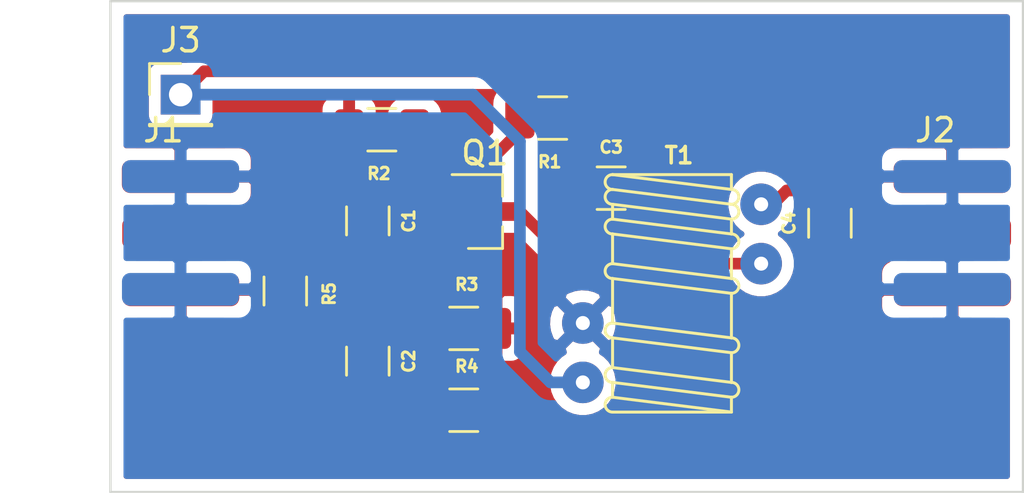
<source format=kicad_pcb>
(kicad_pcb (version 20171130) (host pcbnew 5.1.12-unknown-nightly-202202221509)

  (general
    (thickness 1.6)
    (drawings 4)
    (tracks 35)
    (zones 0)
    (modules 14)
    (nets 10)
  )

  (page A4)
  (layers
    (0 F.Cu signal)
    (31 B.Cu signal)
    (32 B.Adhes user)
    (33 F.Adhes user)
    (34 B.Paste user)
    (35 F.Paste user)
    (36 B.SilkS user)
    (37 F.SilkS user)
    (38 B.Mask user)
    (39 F.Mask user)
    (40 Dwgs.User user)
    (41 Cmts.User user)
    (42 Eco1.User user)
    (43 Eco2.User user)
    (44 Edge.Cuts user)
    (45 Margin user)
    (46 B.CrtYd user)
    (47 F.CrtYd user)
    (48 B.Fab user)
    (49 F.Fab user)
  )

  (setup
    (last_trace_width 0.5)
    (user_trace_width 0.5)
    (trace_clearance 0.2)
    (zone_clearance 0.508)
    (zone_45_only no)
    (trace_min 0.2)
    (via_size 0.8)
    (via_drill 0.4)
    (via_min_size 0.4)
    (via_min_drill 0.3)
    (uvia_size 0.3)
    (uvia_drill 0.1)
    (uvias_allowed no)
    (uvia_min_size 0.2)
    (uvia_min_drill 0.1)
    (edge_width 0.05)
    (segment_width 0.2)
    (pcb_text_width 0.3)
    (pcb_text_size 1.5 1.5)
    (mod_edge_width 0.12)
    (mod_text_size 1 1)
    (mod_text_width 0.15)
    (pad_size 1.524 1.524)
    (pad_drill 0.762)
    (pad_to_mask_clearance 0)
    (aux_axis_origin 0 0)
    (visible_elements FFFFFF7F)
    (pcbplotparams
      (layerselection 0x010fc_ffffffff)
      (usegerberextensions false)
      (usegerberattributes true)
      (usegerberadvancedattributes true)
      (creategerberjobfile true)
      (excludeedgelayer true)
      (linewidth 0.100000)
      (plotframeref false)
      (viasonmask false)
      (mode 1)
      (useauxorigin false)
      (hpglpennumber 1)
      (hpglpenspeed 20)
      (hpglpendiameter 15.000000)
      (psnegative false)
      (psa4output false)
      (plotreference true)
      (plotvalue true)
      (plotinvisibletext false)
      (padsonsilk false)
      (subtractmaskfromsilk false)
      (outputformat 1)
      (mirror false)
      (drillshape 1)
      (scaleselection 1)
      (outputdirectory ""))
  )

  (net 0 "")
  (net 1 "Net-(Q1-Pad3)")
  (net 2 "Net-(C1-Pad2)")
  (net 3 "Net-(C1-Pad1)")
  (net 4 "Net-(C2-Pad2)")
  (net 5 "Net-(C2-Pad1)")
  (net 6 GND)
  (net 7 +12V)
  (net 8 "Net-(C4-Pad2)")
  (net 9 "Net-(C4-Pad1)")

  (net_class Default "This is the default net class."
    (clearance 0.2)
    (trace_width 0.25)
    (via_dia 0.8)
    (via_drill 0.4)
    (uvia_dia 0.3)
    (uvia_drill 0.1)
    (add_net +12V)
    (add_net GND)
    (add_net "Net-(C1-Pad1)")
    (add_net "Net-(C1-Pad2)")
    (add_net "Net-(C2-Pad1)")
    (add_net "Net-(C2-Pad2)")
    (add_net "Net-(C4-Pad1)")
    (add_net "Net-(C4-Pad2)")
    (add_net "Net-(Q1-Pad3)")
  )

  (module "Xenir:Resistor 1206" (layer F.Cu) (tedit 5F775D4D) (tstamp 639D35B3)
    (at 153.85 95.527 270)
    (path /639CE399)
    (fp_text reference R5 (at 0 0.5 90) (layer F.SilkS)
      (effects (font (size 0.499872 0.499872) (thickness 0.124968)))
    )
    (fp_text value 50 (at 0 -0.5 90) (layer F.Fab)
      (effects (font (size 0.499872 0.499872) (thickness 0.124968)))
    )
    (fp_text user %R (at -0.127 2.377 90) (layer F.Fab)
      (effects (font (size 0.8 0.8) (thickness 0.12)))
    )
    (fp_line (start -2.407 3.497) (end -2.407 1.257) (layer F.CrtYd) (width 0.05))
    (fp_line (start -1.727 1.577) (end 1.473 1.577) (layer F.Fab) (width 0.1))
    (fp_line (start 1.473 1.577) (end 1.473 3.177) (layer F.Fab) (width 0.1))
    (fp_line (start -1.727 3.177) (end -1.727 1.577) (layer F.Fab) (width 0.1))
    (fp_line (start 2.153 1.257) (end 2.153 3.497) (layer F.CrtYd) (width 0.05))
    (fp_line (start 2.153 3.497) (end -2.407 3.497) (layer F.CrtYd) (width 0.05))
    (fp_line (start -0.729064 1.467) (end 0.475064 1.467) (layer F.SilkS) (width 0.12))
    (fp_line (start -0.729064 3.287) (end 0.475064 3.287) (layer F.SilkS) (width 0.12))
    (fp_line (start -2.407 1.257) (end 2.153 1.257) (layer F.CrtYd) (width 0.05))
    (fp_line (start 1.473 3.177) (end -1.727 3.177) (layer F.Fab) (width 0.1))
    (pad 2 smd roundrect (at 1.273 2.377 270) (size 1.25 1.75) (layers F.Cu F.Paste F.Mask) (roundrect_rratio 0.2)
      (net 6 GND))
    (pad 1 smd roundrect (at -1.527 2.377 270) (size 1.25 1.75) (layers F.Cu F.Paste F.Mask) (roundrect_rratio 0.2)
      (net 2 "Net-(C1-Pad2)"))
  )

  (module Xenir:PCB-SMA-EDGE (layer F.Cu) (tedit 6390BCD2) (tstamp 639D3001)
    (at 180 87.7695)
    (path /639D45C6)
    (fp_text reference J2 (at -0.75 0.75) (layer F.SilkS)
      (effects (font (size 1 1) (thickness 0.15)))
    )
    (fp_text value PCB_SMA_EDGE (at -4.65836 5.10032 90) (layer F.Fab)
      (effects (font (size 1 1) (thickness 0.15)))
    )
    (fp_line (start -3 1.5) (end -3 8.75) (layer F.CrtYd) (width 0.05))
    (fp_line (start 2.77114 8.75) (end -3 8.75) (layer F.CrtYd) (width 0.05))
    (fp_line (start 2.7686 1.5) (end -3 1.5) (layer F.CrtYd) (width 0.05))
    (fp_line (start 2.7686 1.5) (end 2.77114 8.75) (layer F.CrtYd) (width 0.05))
    (fp_text user %R (at -0.75 -0.5) (layer F.Fab)
      (effects (font (size 0.98 0.98) (thickness 0.15)))
    )
    (pad 2 smd roundrect (at -0.02286 7.55904) (size 5 1.4) (layers B.Cu F.Paste F.Mask) (roundrect_rratio 0.25)
      (net 6 GND))
    (pad 2 smd roundrect (at -0.01524 2.7305) (size 5 1.4) (layers B.Cu F.Paste F.Mask) (roundrect_rratio 0.25)
      (net 6 GND))
    (pad 2 smd roundrect (at -0.01016 7.57936) (size 5 1.4) (layers F.Cu F.Paste F.Mask) (roundrect_rratio 0.25)
      (net 6 GND))
    (pad 2 smd roundrect (at -0.02794 2.73812) (size 5 1.4) (layers F.Cu F.Paste F.Mask) (roundrect_rratio 0.25)
      (net 6 GND))
    (pad 1 smd roundrect (at -0.01016 5.15874) (size 5 1.4) (layers F.Cu F.Paste F.Mask) (roundrect_rratio 0.25)
      (net 9 "Net-(C4-Pad1)"))
  )

  (module Xenir:PCB-SMA-EDGE (layer F.Cu) (tedit 6390BCD2) (tstamp 639D2FF3)
    (at 147.01524 87.7695)
    (path /639D3F28)
    (fp_text reference J1 (at -0.75 0.75) (layer F.SilkS)
      (effects (font (size 1 1) (thickness 0.15)))
    )
    (fp_text value PCB_SMA_EDGE (at -4.65836 5.10032 90) (layer F.Fab)
      (effects (font (size 1 1) (thickness 0.15)))
    )
    (fp_line (start -3 1.5) (end -3 8.75) (layer F.CrtYd) (width 0.05))
    (fp_line (start 2.77114 8.75) (end -3 8.75) (layer F.CrtYd) (width 0.05))
    (fp_line (start 2.7686 1.5) (end -3 1.5) (layer F.CrtYd) (width 0.05))
    (fp_line (start 2.7686 1.5) (end 2.77114 8.75) (layer F.CrtYd) (width 0.05))
    (fp_text user %R (at -0.75 -0.5) (layer F.Fab)
      (effects (font (size 0.98 0.98) (thickness 0.15)))
    )
    (pad 2 smd roundrect (at -0.02286 7.55904) (size 5 1.4) (layers B.Cu F.Paste F.Mask) (roundrect_rratio 0.25)
      (net 6 GND))
    (pad 2 smd roundrect (at -0.01524 2.7305) (size 5 1.4) (layers B.Cu F.Paste F.Mask) (roundrect_rratio 0.25)
      (net 6 GND))
    (pad 2 smd roundrect (at -0.01016 7.57936) (size 5 1.4) (layers F.Cu F.Paste F.Mask) (roundrect_rratio 0.25)
      (net 6 GND))
    (pad 2 smd roundrect (at -0.02794 2.73812) (size 5 1.4) (layers F.Cu F.Paste F.Mask) (roundrect_rratio 0.25)
      (net 6 GND))
    (pad 1 smd roundrect (at -0.01016 5.15874) (size 5 1.4) (layers F.Cu F.Paste F.Mask) (roundrect_rratio 0.25)
      (net 2 "Net-(C1-Pad2)"))
  )

  (module Connector_PinHeader_2.54mm:PinHeader_1x01_P2.54mm_Vertical (layer F.Cu) (tedit 59FED5CC) (tstamp 639D2A1F)
    (at 147 87)
    (descr "Through hole straight pin header, 1x01, 2.54mm pitch, single row")
    (tags "Through hole pin header THT 1x01 2.54mm single row")
    (path /63A02216)
    (fp_text reference J3 (at 0 -2.33) (layer F.SilkS)
      (effects (font (size 1 1) (thickness 0.15)))
    )
    (fp_text value Conn_01x01_Female (at 0 2.33) (layer F.Fab)
      (effects (font (size 1 1) (thickness 0.15)))
    )
    (fp_line (start 1.8 -1.8) (end -1.8 -1.8) (layer F.CrtYd) (width 0.05))
    (fp_line (start 1.8 1.8) (end 1.8 -1.8) (layer F.CrtYd) (width 0.05))
    (fp_line (start -1.8 1.8) (end 1.8 1.8) (layer F.CrtYd) (width 0.05))
    (fp_line (start -1.8 -1.8) (end -1.8 1.8) (layer F.CrtYd) (width 0.05))
    (fp_line (start -1.33 -1.33) (end 0 -1.33) (layer F.SilkS) (width 0.12))
    (fp_line (start -1.33 0) (end -1.33 -1.33) (layer F.SilkS) (width 0.12))
    (fp_line (start -1.33 1.27) (end 1.33 1.27) (layer F.SilkS) (width 0.12))
    (fp_line (start 1.33 1.27) (end 1.33 1.33) (layer F.SilkS) (width 0.12))
    (fp_line (start -1.33 1.27) (end -1.33 1.33) (layer F.SilkS) (width 0.12))
    (fp_line (start -1.33 1.33) (end 1.33 1.33) (layer F.SilkS) (width 0.12))
    (fp_line (start -1.27 -0.635) (end -0.635 -1.27) (layer F.Fab) (width 0.1))
    (fp_line (start -1.27 1.27) (end -1.27 -0.635) (layer F.Fab) (width 0.1))
    (fp_line (start 1.27 1.27) (end -1.27 1.27) (layer F.Fab) (width 0.1))
    (fp_line (start 1.27 -1.27) (end 1.27 1.27) (layer F.Fab) (width 0.1))
    (fp_line (start -0.635 -1.27) (end 1.27 -1.27) (layer F.Fab) (width 0.1))
    (fp_text user %R (at 0 0 90) (layer F.Fab)
      (effects (font (size 1 1) (thickness 0.15)))
    )
    (pad 1 thru_hole rect (at 0 0) (size 1.7 1.7) (drill 1) (layers *.Cu *.Mask)
      (net 7 +12V))
    (model ${KISYS3DMOD}/Connector_PinHeader_2.54mm.3dshapes/PinHeader_1x01_P2.54mm_Vertical.wrl
      (at (xyz 0 0 0))
      (scale (xyz 1 1 1))
      (rotate (xyz 0 0 0))
    )
  )

  (module "Xenir:Capacitor 1206" (layer F.Cu) (tedit 5EAEEA25) (tstamp 639D23A1)
    (at 172.5 92.5 90)
    (path /639FBD90)
    (fp_text reference C4 (at 0 0.5 90) (layer F.SilkS)
      (effects (font (size 0.5 0.5) (thickness 0.125)))
    )
    (fp_text value 100nF (at 0.5 4 90) (layer F.Fab)
      (effects (font (size 0.5 0.5) (thickness 0.125)))
    )
    (fp_line (start -1.6 3.05) (end -1.6 1.45) (layer F.Fab) (width 0.1))
    (fp_line (start 2.28 1.13) (end 2.28 3.37) (layer F.CrtYd) (width 0.05))
    (fp_line (start -1.6 1.45) (end 1.6 1.45) (layer F.Fab) (width 0.1))
    (fp_line (start -2.28 3.37) (end -2.28 1.13) (layer F.CrtYd) (width 0.05))
    (fp_line (start -0.602064 1.34) (end 0.602064 1.34) (layer F.SilkS) (width 0.12))
    (fp_line (start -0.602064 3.16) (end 0.602064 3.16) (layer F.SilkS) (width 0.12))
    (fp_line (start -2.28 1.13) (end 2.28 1.13) (layer F.CrtYd) (width 0.05))
    (fp_line (start 2.28 3.37) (end -2.28 3.37) (layer F.CrtYd) (width 0.05))
    (fp_line (start 1.6 3.05) (end -1.6 3.05) (layer F.Fab) (width 0.1))
    (fp_line (start 1.6 1.45) (end 1.6 3.05) (layer F.Fab) (width 0.1))
    (fp_text user %R (at 0 2.25 90) (layer F.Fab)
      (effects (font (size 0.8 0.8) (thickness 0.12)))
    )
    (pad 2 smd roundrect (at 1.4 2.25 90) (size 1.25 1.75) (layers F.Cu F.Paste F.Mask) (roundrect_rratio 0.2)
      (net 8 "Net-(C4-Pad2)"))
    (pad 1 smd roundrect (at -1.4 2.25 90) (size 1.25 1.75) (layers F.Cu F.Paste F.Mask) (roundrect_rratio 0.2)
      (net 9 "Net-(C4-Pad1)"))
  )

  (module "Xenir:Capacitor 1206" (layer F.Cu) (tedit 5EAEEA25) (tstamp 639D2390)
    (at 165.4 88.75)
    (path /639FD1F1)
    (fp_text reference C3 (at 0 0.5) (layer F.SilkS)
      (effects (font (size 0.5 0.5) (thickness 0.125)))
    )
    (fp_text value 100nF (at 0.5 4) (layer F.Fab)
      (effects (font (size 0.5 0.5) (thickness 0.125)))
    )
    (fp_line (start -1.6 3.05) (end -1.6 1.45) (layer F.Fab) (width 0.1))
    (fp_line (start 2.28 1.13) (end 2.28 3.37) (layer F.CrtYd) (width 0.05))
    (fp_line (start -1.6 1.45) (end 1.6 1.45) (layer F.Fab) (width 0.1))
    (fp_line (start -2.28 3.37) (end -2.28 1.13) (layer F.CrtYd) (width 0.05))
    (fp_line (start -0.602064 1.34) (end 0.602064 1.34) (layer F.SilkS) (width 0.12))
    (fp_line (start -0.602064 3.16) (end 0.602064 3.16) (layer F.SilkS) (width 0.12))
    (fp_line (start -2.28 1.13) (end 2.28 1.13) (layer F.CrtYd) (width 0.05))
    (fp_line (start 2.28 3.37) (end -2.28 3.37) (layer F.CrtYd) (width 0.05))
    (fp_line (start 1.6 3.05) (end -1.6 3.05) (layer F.Fab) (width 0.1))
    (fp_line (start 1.6 1.45) (end 1.6 3.05) (layer F.Fab) (width 0.1))
    (fp_text user %R (at 0 2.25) (layer F.Fab)
      (effects (font (size 0.8 0.8) (thickness 0.12)))
    )
    (pad 2 smd roundrect (at 1.4 2.25) (size 1.25 1.75) (layers F.Cu F.Paste F.Mask) (roundrect_rratio 0.2)
      (net 6 GND))
    (pad 1 smd roundrect (at -1.4 2.25) (size 1.25 1.75) (layers F.Cu F.Paste F.Mask) (roundrect_rratio 0.2)
      (net 7 +12V))
  )

  (module "Xenir:T37 Transformer" (layer F.Cu) (tedit 5EBB1CE0) (tstamp 639D1C17)
    (at 168 88.5)
    (path /639E1E90)
    (fp_text reference T1 (at 0.3 1.1) (layer F.SilkS)
      (effects (font (size 0.7 0.7) (thickness 0.15)))
    )
    (fp_text value T37_XFRM (at 0 -0.1) (layer F.Fab)
      (effects (font (size 0.7 0.7) (thickness 0.15)))
    )
    (fp_line (start 2.54 2.555) (end 2.54 1.92) (layer F.SilkS) (width 0.127))
    (fp_line (start -2.54 4.46) (end -2.54 5.73) (layer F.SilkS) (width 0.127))
    (fp_line (start -2.54 8.905) (end -2.54 10.175) (layer F.SilkS) (width 0.127))
    (fp_line (start -2.54 12.08) (end 2.54 12.08) (layer F.SilkS) (width 0.127))
    (fp_line (start 2.54 6.365) (end 2.54 5.095) (layer F.SilkS) (width 0.127))
    (fp_line (start -2.54 1.92) (end 2.54 2.555) (layer F.SilkS) (width 0.127))
    (fp_line (start -2.54 6.365) (end -2.54 8.27) (layer F.SilkS) (width 0.127))
    (fp_line (start 2.54 12.08) (end 2.54 11.445) (layer F.SilkS) (width 0.127))
    (fp_line (start 2.54 4.46) (end 2.54 3.825) (layer F.SilkS) (width 0.127))
    (fp_line (start 2.54 1.92) (end -2.54 1.92) (layer F.SilkS) (width 0.127))
    (fp_line (start -2.54 3.19) (end -2.54 3.825) (layer F.SilkS) (width 0.127))
    (fp_line (start -2.54 10.81) (end -2.54 11.445) (layer F.SilkS) (width 0.127))
    (fp_line (start 2.54 10.81) (end 2.54 9.54) (layer F.SilkS) (width 0.127))
    (fp_line (start 2.54 8.905) (end 2.54 7) (layer F.SilkS) (width 0.127))
    (fp_line (start -2.54 8.905) (end 2.54 9.54) (layer F.SilkS) (width 0.127))
    (fp_circle (center 4.9213 4.6188) (end 5.1457 4.6188) (layer F.Fab) (width 0.4064))
    (fp_line (start -2.54 3.19) (end 2.54 3.825) (layer F.SilkS) (width 0.127))
    (fp_line (start -2.54 11.445) (end 2.54 12.08) (layer F.SilkS) (width 0.127))
    (fp_line (start -2.54 5.73) (end 2.54 6.365) (layer F.SilkS) (width 0.127))
    (fp_line (start -2.54 6.365) (end 2.54 7) (layer F.SilkS) (width 0.127))
    (fp_line (start -2.54 2.555) (end 2.54 3.19) (layer F.SilkS) (width 0.127))
    (fp_line (start -2.54 8.27) (end 2.54 8.905) (layer F.SilkS) (width 0.127))
    (fp_line (start -2.54 10.175) (end 2.54 10.81) (layer F.SilkS) (width 0.127))
    (fp_line (start -2.54 4.46) (end 2.54 5.095) (layer F.SilkS) (width 0.127))
    (fp_line (start -2.54 10.81) (end 2.54 11.445) (layer F.SilkS) (width 0.127))
    (fp_line (start -2.54 3.825) (end 2.54 4.46) (layer F.SilkS) (width 0.127))
    (fp_circle (center 4.7625 1.92) (end 4.9869 1.92) (layer F.Fab) (width 0.4064))
    (fp_arc (start 2.54 6.6825) (end 2.54 6.365) (angle 180) (layer F.SilkS) (width 0.127))
    (fp_arc (start -2.54 6.0475) (end -2.54 6.365) (angle 180) (layer F.SilkS) (width 0.127))
    (fp_arc (start 2.54 3.5075) (end 2.54 3.19) (angle 180) (layer F.SilkS) (width 0.127))
    (fp_arc (start 2.54 9.2225) (end 2.54 8.905) (angle 180) (layer F.SilkS) (width 0.127))
    (fp_arc (start 2.54 11.1275) (end 2.54 10.81) (angle 180) (layer F.SilkS) (width 0.127))
    (fp_arc (start -2.54 11.7625) (end -2.54 12.08) (angle 180) (layer F.SilkS) (width 0.127))
    (fp_arc (start -2.54 2.2375) (end -2.54 2.555) (angle 180) (layer F.SilkS) (width 0.127))
    (fp_arc (start -2.54 2.8725) (end -2.54 3.19) (angle 180) (layer F.SilkS) (width 0.127))
    (fp_arc (start 2.54 2.8725) (end 2.54 2.555) (angle 180) (layer F.SilkS) (width 0.127))
    (fp_arc (start -2.54 4.1425) (end -2.54 4.46) (angle 180) (layer F.SilkS) (width 0.127))
    (fp_arc (start -2.54 8.5875) (end -2.54 8.905) (angle 180) (layer F.SilkS) (width 0.127))
    (fp_arc (start -2.54 10.4925) (end -2.54 10.81) (angle 180) (layer F.SilkS) (width 0.127))
    (fp_arc (start 2.54 4.7775) (end 2.54 4.46) (angle 180) (layer F.SilkS) (width 0.127))
    (pad C1B thru_hole circle (at 3.81 5.73) (size 1.778 1.778) (drill 0.6) (layers *.Cu *.Mask)
      (net 1 "Net-(Q1-Pad3)") (solder_mask_margin 0.1016))
    (pad C1A thru_hole circle (at -3.81 10.81) (size 1.778 1.778) (drill 0.6) (layers *.Cu *.Mask)
      (net 7 +12V) (solder_mask_margin 0.1016))
    (pad C2B thru_hole circle (at 3.81 3.19) (size 1.778 1.778) (drill 0.6) (layers *.Cu *.Mask)
      (net 8 "Net-(C4-Pad2)") (solder_mask_margin 0.1016))
    (pad C2A thru_hole circle (at -3.81 8.27) (size 1.778 1.778) (drill 0.6) (layers *.Cu *.Mask)
      (net 6 GND) (solder_mask_margin 0.1016))
  )

  (module "Xenir:Resistor 1206" (layer F.Cu) (tedit 5F775D4D) (tstamp 639D1BE7)
    (at 159.227 98.123)
    (path /639CD8F7)
    (fp_text reference R4 (at 0 0.5) (layer F.SilkS)
      (effects (font (size 0.499872 0.499872) (thickness 0.124968)))
    )
    (fp_text value 68 (at 0 -0.5) (layer F.Fab)
      (effects (font (size 0.499872 0.499872) (thickness 0.124968)))
    )
    (fp_line (start 1.473 3.177) (end -1.727 3.177) (layer F.Fab) (width 0.1))
    (fp_line (start -2.407 1.257) (end 2.153 1.257) (layer F.CrtYd) (width 0.05))
    (fp_line (start -0.729064 3.287) (end 0.475064 3.287) (layer F.SilkS) (width 0.12))
    (fp_line (start -0.729064 1.467) (end 0.475064 1.467) (layer F.SilkS) (width 0.12))
    (fp_line (start 2.153 3.497) (end -2.407 3.497) (layer F.CrtYd) (width 0.05))
    (fp_line (start 2.153 1.257) (end 2.153 3.497) (layer F.CrtYd) (width 0.05))
    (fp_line (start -1.727 3.177) (end -1.727 1.577) (layer F.Fab) (width 0.1))
    (fp_line (start 1.473 1.577) (end 1.473 3.177) (layer F.Fab) (width 0.1))
    (fp_line (start -1.727 1.577) (end 1.473 1.577) (layer F.Fab) (width 0.1))
    (fp_line (start -2.407 3.497) (end -2.407 1.257) (layer F.CrtYd) (width 0.05))
    (fp_text user %R (at -0.127 2.377) (layer F.Fab)
      (effects (font (size 0.8 0.8) (thickness 0.12)))
    )
    (pad 2 smd roundrect (at 1.273 2.377) (size 1.25 1.75) (layers F.Cu F.Paste F.Mask) (roundrect_rratio 0.2)
      (net 6 GND))
    (pad 1 smd roundrect (at -1.527 2.377) (size 1.25 1.75) (layers F.Cu F.Paste F.Mask) (roundrect_rratio 0.2)
      (net 4 "Net-(C2-Pad2)"))
  )

  (module "Xenir:Resistor 1206" (layer F.Cu) (tedit 5F775D4D) (tstamp 639D1BD6)
    (at 159.227 94.623)
    (path /639CD583)
    (fp_text reference R3 (at 0 0.5) (layer F.SilkS)
      (effects (font (size 0.499872 0.499872) (thickness 0.124968)))
    )
    (fp_text value 50 (at 0 -0.5) (layer F.Fab)
      (effects (font (size 0.499872 0.499872) (thickness 0.124968)))
    )
    (fp_line (start 1.473 3.177) (end -1.727 3.177) (layer F.Fab) (width 0.1))
    (fp_line (start -2.407 1.257) (end 2.153 1.257) (layer F.CrtYd) (width 0.05))
    (fp_line (start -0.729064 3.287) (end 0.475064 3.287) (layer F.SilkS) (width 0.12))
    (fp_line (start -0.729064 1.467) (end 0.475064 1.467) (layer F.SilkS) (width 0.12))
    (fp_line (start 2.153 3.497) (end -2.407 3.497) (layer F.CrtYd) (width 0.05))
    (fp_line (start 2.153 1.257) (end 2.153 3.497) (layer F.CrtYd) (width 0.05))
    (fp_line (start -1.727 3.177) (end -1.727 1.577) (layer F.Fab) (width 0.1))
    (fp_line (start 1.473 1.577) (end 1.473 3.177) (layer F.Fab) (width 0.1))
    (fp_line (start -1.727 1.577) (end 1.473 1.577) (layer F.Fab) (width 0.1))
    (fp_line (start -2.407 3.497) (end -2.407 1.257) (layer F.CrtYd) (width 0.05))
    (fp_text user %R (at -0.127 2.377) (layer F.Fab)
      (effects (font (size 0.8 0.8) (thickness 0.12)))
    )
    (pad 2 smd roundrect (at 1.273 2.377) (size 1.25 1.75) (layers F.Cu F.Paste F.Mask) (roundrect_rratio 0.2)
      (net 6 GND))
    (pad 1 smd roundrect (at -1.527 2.377) (size 1.25 1.75) (layers F.Cu F.Paste F.Mask) (roundrect_rratio 0.2)
      (net 5 "Net-(C2-Pad1)"))
  )

  (module "Xenir:Resistor 1206" (layer F.Cu) (tedit 5F775D4D) (tstamp 639D1BC5)
    (at 155.473 90.877 180)
    (path /639CD051)
    (fp_text reference R2 (at 0 0.5) (layer F.SilkS)
      (effects (font (size 0.499872 0.499872) (thickness 0.124968)))
    )
    (fp_text value 475 (at 0 -0.5) (layer F.Fab)
      (effects (font (size 0.499872 0.499872) (thickness 0.124968)))
    )
    (fp_line (start 1.473 3.177) (end -1.727 3.177) (layer F.Fab) (width 0.1))
    (fp_line (start -2.407 1.257) (end 2.153 1.257) (layer F.CrtYd) (width 0.05))
    (fp_line (start -0.729064 3.287) (end 0.475064 3.287) (layer F.SilkS) (width 0.12))
    (fp_line (start -0.729064 1.467) (end 0.475064 1.467) (layer F.SilkS) (width 0.12))
    (fp_line (start 2.153 3.497) (end -2.407 3.497) (layer F.CrtYd) (width 0.05))
    (fp_line (start 2.153 1.257) (end 2.153 3.497) (layer F.CrtYd) (width 0.05))
    (fp_line (start -1.727 3.177) (end -1.727 1.577) (layer F.Fab) (width 0.1))
    (fp_line (start 1.473 1.577) (end 1.473 3.177) (layer F.Fab) (width 0.1))
    (fp_line (start -1.727 1.577) (end 1.473 1.577) (layer F.Fab) (width 0.1))
    (fp_line (start -2.407 3.497) (end -2.407 1.257) (layer F.CrtYd) (width 0.05))
    (fp_text user %R (at -0.127 2.377) (layer F.Fab)
      (effects (font (size 0.8 0.8) (thickness 0.12)))
    )
    (pad 2 smd roundrect (at 1.273 2.377 180) (size 1.25 1.75) (layers F.Cu F.Paste F.Mask) (roundrect_rratio 0.2)
      (net 6 GND))
    (pad 1 smd roundrect (at -1.527 2.377 180) (size 1.25 1.75) (layers F.Cu F.Paste F.Mask) (roundrect_rratio 0.2)
      (net 3 "Net-(C1-Pad1)"))
  )

  (module "Xenir:Resistor 1206" (layer F.Cu) (tedit 5F775D4D) (tstamp 639D1BB4)
    (at 162.773 90.377 180)
    (path /639CCA36)
    (fp_text reference R1 (at 0 0.5) (layer F.SilkS)
      (effects (font (size 0.499872 0.499872) (thickness 0.124968)))
    )
    (fp_text value 2.21k (at 0 -0.5) (layer F.Fab)
      (effects (font (size 0.499872 0.499872) (thickness 0.124968)))
    )
    (fp_line (start 1.473 3.177) (end -1.727 3.177) (layer F.Fab) (width 0.1))
    (fp_line (start -2.407 1.257) (end 2.153 1.257) (layer F.CrtYd) (width 0.05))
    (fp_line (start -0.729064 3.287) (end 0.475064 3.287) (layer F.SilkS) (width 0.12))
    (fp_line (start -0.729064 1.467) (end 0.475064 1.467) (layer F.SilkS) (width 0.12))
    (fp_line (start 2.153 3.497) (end -2.407 3.497) (layer F.CrtYd) (width 0.05))
    (fp_line (start 2.153 1.257) (end 2.153 3.497) (layer F.CrtYd) (width 0.05))
    (fp_line (start -1.727 3.177) (end -1.727 1.577) (layer F.Fab) (width 0.1))
    (fp_line (start 1.473 1.577) (end 1.473 3.177) (layer F.Fab) (width 0.1))
    (fp_line (start -1.727 1.577) (end 1.473 1.577) (layer F.Fab) (width 0.1))
    (fp_line (start -2.407 3.497) (end -2.407 1.257) (layer F.CrtYd) (width 0.05))
    (fp_text user %R (at -0.127 2.377) (layer F.Fab)
      (effects (font (size 0.8 0.8) (thickness 0.12)))
    )
    (pad 2 smd roundrect (at 1.273 2.377 180) (size 1.25 1.75) (layers F.Cu F.Paste F.Mask) (roundrect_rratio 0.2)
      (net 3 "Net-(C1-Pad1)"))
    (pad 1 smd roundrect (at -1.527 2.377 180) (size 1.25 1.75) (layers F.Cu F.Paste F.Mask) (roundrect_rratio 0.2)
      (net 7 +12V))
  )

  (module "Xenir:Capacitor 1206" (layer F.Cu) (tedit 5EAEEA25) (tstamp 639D1B73)
    (at 157.25 98.4 270)
    (path /639CDDE4)
    (fp_text reference C2 (at 0 0.5 90) (layer F.SilkS)
      (effects (font (size 0.5 0.5) (thickness 0.125)))
    )
    (fp_text value 1nF (at 0.5 4 90) (layer F.Fab)
      (effects (font (size 0.5 0.5) (thickness 0.125)))
    )
    (fp_line (start -1.6 3.05) (end -1.6 1.45) (layer F.Fab) (width 0.1))
    (fp_line (start 2.28 1.13) (end 2.28 3.37) (layer F.CrtYd) (width 0.05))
    (fp_line (start -1.6 1.45) (end 1.6 1.45) (layer F.Fab) (width 0.1))
    (fp_line (start -2.28 3.37) (end -2.28 1.13) (layer F.CrtYd) (width 0.05))
    (fp_line (start -0.602064 1.34) (end 0.602064 1.34) (layer F.SilkS) (width 0.12))
    (fp_line (start -0.602064 3.16) (end 0.602064 3.16) (layer F.SilkS) (width 0.12))
    (fp_line (start -2.28 1.13) (end 2.28 1.13) (layer F.CrtYd) (width 0.05))
    (fp_line (start 2.28 3.37) (end -2.28 3.37) (layer F.CrtYd) (width 0.05))
    (fp_line (start 1.6 3.05) (end -1.6 3.05) (layer F.Fab) (width 0.1))
    (fp_line (start 1.6 1.45) (end 1.6 3.05) (layer F.Fab) (width 0.1))
    (fp_text user %R (at 0 2.25 90) (layer F.Fab)
      (effects (font (size 0.8 0.8) (thickness 0.12)))
    )
    (pad 2 smd roundrect (at 1.4 2.25 270) (size 1.25 1.75) (layers F.Cu F.Paste F.Mask) (roundrect_rratio 0.2)
      (net 4 "Net-(C2-Pad2)"))
    (pad 1 smd roundrect (at -1.4 2.25 270) (size 1.25 1.75) (layers F.Cu F.Paste F.Mask) (roundrect_rratio 0.2)
      (net 5 "Net-(C2-Pad1)"))
  )

  (module "Xenir:Capacitor 1206" (layer F.Cu) (tedit 5EAEEA25) (tstamp 639D1B62)
    (at 157.25 92.4 270)
    (path /639D36DD)
    (fp_text reference C1 (at 0 0.5 90) (layer F.SilkS)
      (effects (font (size 0.5 0.5) (thickness 0.125)))
    )
    (fp_text value 100nF (at 0.5 4 90) (layer F.Fab)
      (effects (font (size 0.5 0.5) (thickness 0.125)))
    )
    (fp_line (start -1.6 3.05) (end -1.6 1.45) (layer F.Fab) (width 0.1))
    (fp_line (start 2.28 1.13) (end 2.28 3.37) (layer F.CrtYd) (width 0.05))
    (fp_line (start -1.6 1.45) (end 1.6 1.45) (layer F.Fab) (width 0.1))
    (fp_line (start -2.28 3.37) (end -2.28 1.13) (layer F.CrtYd) (width 0.05))
    (fp_line (start -0.602064 1.34) (end 0.602064 1.34) (layer F.SilkS) (width 0.12))
    (fp_line (start -0.602064 3.16) (end 0.602064 3.16) (layer F.SilkS) (width 0.12))
    (fp_line (start -2.28 1.13) (end 2.28 1.13) (layer F.CrtYd) (width 0.05))
    (fp_line (start 2.28 3.37) (end -2.28 3.37) (layer F.CrtYd) (width 0.05))
    (fp_line (start 1.6 3.05) (end -1.6 3.05) (layer F.Fab) (width 0.1))
    (fp_line (start 1.6 1.45) (end 1.6 3.05) (layer F.Fab) (width 0.1))
    (fp_text user %R (at 0 2.25 90) (layer F.Fab)
      (effects (font (size 0.8 0.8) (thickness 0.12)))
    )
    (pad 2 smd roundrect (at 1.4 2.25 270) (size 1.25 1.75) (layers F.Cu F.Paste F.Mask) (roundrect_rratio 0.2)
      (net 2 "Net-(C1-Pad2)"))
    (pad 1 smd roundrect (at -1.4 2.25 270) (size 1.25 1.75) (layers F.Cu F.Paste F.Mask) (roundrect_rratio 0.2)
      (net 3 "Net-(C1-Pad1)"))
  )

  (module Package_TO_SOT_SMD:SOT-23 (layer F.Cu) (tedit 5A02FF57) (tstamp 639D1A30)
    (at 160 92)
    (descr "SOT-23, Standard")
    (tags SOT-23)
    (path /639CC4F8)
    (attr smd)
    (fp_text reference Q1 (at 0 -2.5) (layer F.SilkS)
      (effects (font (size 1 1) (thickness 0.15)))
    )
    (fp_text value 2N2222 (at 0 2.5) (layer F.Fab)
      (effects (font (size 1 1) (thickness 0.15)))
    )
    (fp_line (start 0.76 1.58) (end -0.7 1.58) (layer F.SilkS) (width 0.12))
    (fp_line (start 0.76 -1.58) (end -1.4 -1.58) (layer F.SilkS) (width 0.12))
    (fp_line (start -1.7 1.75) (end -1.7 -1.75) (layer F.CrtYd) (width 0.05))
    (fp_line (start 1.7 1.75) (end -1.7 1.75) (layer F.CrtYd) (width 0.05))
    (fp_line (start 1.7 -1.75) (end 1.7 1.75) (layer F.CrtYd) (width 0.05))
    (fp_line (start -1.7 -1.75) (end 1.7 -1.75) (layer F.CrtYd) (width 0.05))
    (fp_line (start 0.76 -1.58) (end 0.76 -0.65) (layer F.SilkS) (width 0.12))
    (fp_line (start 0.76 1.58) (end 0.76 0.65) (layer F.SilkS) (width 0.12))
    (fp_line (start -0.7 1.52) (end 0.7 1.52) (layer F.Fab) (width 0.1))
    (fp_line (start 0.7 -1.52) (end 0.7 1.52) (layer F.Fab) (width 0.1))
    (fp_line (start -0.7 -0.95) (end -0.15 -1.52) (layer F.Fab) (width 0.1))
    (fp_line (start -0.15 -1.52) (end 0.7 -1.52) (layer F.Fab) (width 0.1))
    (fp_line (start -0.7 -0.95) (end -0.7 1.5) (layer F.Fab) (width 0.1))
    (fp_text user %R (at 0 0 90) (layer F.Fab)
      (effects (font (size 0.5 0.5) (thickness 0.075)))
    )
    (pad 3 smd rect (at 1 0) (size 0.9 0.8) (layers F.Cu F.Paste F.Mask)
      (net 1 "Net-(Q1-Pad3)"))
    (pad 2 smd rect (at -1 0.95) (size 0.9 0.8) (layers F.Cu F.Paste F.Mask)
      (net 5 "Net-(C2-Pad1)"))
    (pad 1 smd rect (at -1 -0.95) (size 0.9 0.8) (layers F.Cu F.Paste F.Mask)
      (net 3 "Net-(C1-Pad1)"))
    (model ${KISYS3DMOD}/Package_TO_SOT_SMD.3dshapes/SOT-23.wrl
      (at (xyz 0 0 0))
      (scale (xyz 1 1 1))
      (rotate (xyz 0 0 0))
    )
  )

  (gr_line (start 183 83) (end 183 104) (layer Edge.Cuts) (width 0.1))
  (gr_line (start 144 83) (end 183 83) (layer Edge.Cuts) (width 0.1))
  (gr_line (start 144 104) (end 144 83) (layer Edge.Cuts) (width 0.1))
  (gr_line (start 183 104) (end 144 104) (layer Edge.Cuts) (width 0.1))

  (segment (start 161 92) (end 161.5 92) (width 0.5) (layer F.Cu) (net 1))
  (segment (start 163.73 94.23) (end 171.81 94.23) (width 0.5) (layer F.Cu) (net 1))
  (segment (start 161.5 92) (end 163.73 94.23) (width 0.5) (layer F.Cu) (net 1))
  (segment (start 147.01016 92.84126) (end 150.34126 92.84126) (width 0.5) (layer F.Cu) (net 2))
  (segment (start 151.3 93.8) (end 154 93.8) (width 0.5) (layer F.Cu) (net 2))
  (segment (start 150.34126 92.84126) (end 151.3 93.8) (width 0.5) (layer F.Cu) (net 2))
  (segment (start 154 93.8) (end 155 93.8) (width 0.5) (layer F.Cu) (net 2))
  (segment (start 161.5 88.55) (end 159 91.05) (width 0.5) (layer F.Cu) (net 3))
  (segment (start 161.5 88) (end 161.5 88.55) (width 0.5) (layer F.Cu) (net 3))
  (segment (start 157 89.05) (end 159 91.05) (width 0.5) (layer F.Cu) (net 3))
  (segment (start 157 88.5) (end 157 89.05) (width 0.5) (layer F.Cu) (net 3))
  (segment (start 157 89) (end 155 91) (width 0.5) (layer F.Cu) (net 3))
  (segment (start 157 88.5) (end 157 89) (width 0.5) (layer F.Cu) (net 3))
  (segment (start 157 99.8) (end 157.7 100.5) (width 0.5) (layer F.Cu) (net 4))
  (segment (start 155 99.8) (end 157 99.8) (width 0.5) (layer F.Cu) (net 4))
  (segment (start 159 95.7) (end 157.7 97) (width 0.5) (layer F.Cu) (net 5))
  (segment (start 159 92.95) (end 159 95.7) (width 0.5) (layer F.Cu) (net 5))
  (segment (start 155 97) (end 157.7 97) (width 0.5) (layer F.Cu) (net 5))
  (segment (start 147 87) (end 148 86) (width 0.5) (layer F.Cu) (net 7))
  (segment (start 148 86) (end 163.5 86) (width 0.5) (layer F.Cu) (net 7))
  (segment (start 164.3 86.8) (end 164.3 88) (width 0.5) (layer F.Cu) (net 7))
  (segment (start 163.5 86) (end 164.3 86.8) (width 0.5) (layer F.Cu) (net 7))
  (segment (start 159.5 87) (end 147 87) (width 0.5) (layer B.Cu) (net 7))
  (segment (start 161.5 89) (end 159.5 87) (width 0.5) (layer B.Cu) (net 7))
  (segment (start 161.5 98) (end 161.5 89) (width 0.5) (layer B.Cu) (net 7))
  (segment (start 162.81 99.31) (end 161.5 98) (width 0.5) (layer B.Cu) (net 7))
  (segment (start 164.19 99.31) (end 162.81 99.31) (width 0.5) (layer B.Cu) (net 7))
  (segment (start 164.3 90.7) (end 164 91) (width 0.5) (layer F.Cu) (net 7))
  (segment (start 164.3 88) (end 164.3 90.7) (width 0.5) (layer F.Cu) (net 7))
  (segment (start 171.81 91.69) (end 172.31 91.69) (width 0.5) (layer F.Cu) (net 8))
  (segment (start 172.9 91.1) (end 174.75 91.1) (width 0.5) (layer F.Cu) (net 8))
  (segment (start 172.31 91.69) (end 172.9 91.1) (width 0.5) (layer F.Cu) (net 8))
  (segment (start 174.75 93.9) (end 175.6 93.9) (width 0.5) (layer F.Cu) (net 9))
  (segment (start 176.57176 92.92824) (end 180 92.92824) (width 0.5) (layer F.Cu) (net 9))
  (segment (start 175.6 93.9) (end 176.57176 92.92824) (width 0.5) (layer F.Cu) (net 9))

  (zone (net 6) (net_name GND) (layer F.Cu) (tstamp 639D3845) (hatch edge 0.508)
    (connect_pads (clearance 0.508))
    (min_thickness 0.254)
    (fill yes (arc_segments 32) (thermal_gap 0.508) (thermal_bridge_width 0.508))
    (polygon
      (pts
        (xy 183 104) (xy 144 104) (xy 144 83) (xy 183 83)
      )
    )
    (filled_polygon
      (pts
        (xy 182.315 89.169766) (xy 180.25781 89.17262) (xy 180.09906 89.33137) (xy 180.09906 90.38062) (xy 180.11906 90.38062)
        (xy 180.11906 90.63462) (xy 180.09906 90.63462) (xy 180.09906 90.65462) (xy 179.84506 90.65462) (xy 179.84506 90.63462)
        (xy 176.99581 90.63462) (xy 176.83706 90.79337) (xy 176.833988 91.20762) (xy 176.846248 91.332102) (xy 176.882558 91.4518)
        (xy 176.941523 91.562114) (xy 177.020875 91.658805) (xy 177.117566 91.738157) (xy 177.22788 91.797122) (xy 177.237918 91.800167)
        (xy 177.141168 91.879568) (xy 177.018288 92.029297) (xy 177.010835 92.04324) (xy 176.615225 92.04324) (xy 176.571759 92.038959)
        (xy 176.528293 92.04324) (xy 176.528283 92.04324) (xy 176.39827 92.056045) (xy 176.231447 92.106651) (xy 176.077701 92.188829)
        (xy 176.077699 92.18883) (xy 176.0777 92.18883) (xy 175.976713 92.271708) (xy 175.976711 92.27171) (xy 175.942943 92.299423)
        (xy 175.91523 92.333191) (xy 175.583682 92.664739) (xy 175.548254 92.653992) (xy 175.375 92.636928) (xy 174.125 92.636928)
        (xy 173.951746 92.653992) (xy 173.78515 92.704528) (xy 173.631614 92.786595) (xy 173.497038 92.897038) (xy 173.386595 93.031614)
        (xy 173.304528 93.18515) (xy 173.253992 93.351746) (xy 173.236928 93.525) (xy 173.236928 93.692505) (xy 173.160551 93.508115)
        (xy 172.993768 93.258507) (xy 172.781493 93.046232) (xy 172.652438 92.96) (xy 172.781493 92.873768) (xy 172.993768 92.661493)
        (xy 173.160551 92.411885) (xy 173.275434 92.134534) (xy 173.305178 91.985) (xy 173.40023 91.985) (xy 173.497038 92.102962)
        (xy 173.631614 92.213405) (xy 173.78515 92.295472) (xy 173.951746 92.346008) (xy 174.125 92.363072) (xy 175.375 92.363072)
        (xy 175.548254 92.346008) (xy 175.71485 92.295472) (xy 175.868386 92.213405) (xy 176.002962 92.102962) (xy 176.113405 91.968386)
        (xy 176.195472 91.81485) (xy 176.246008 91.648254) (xy 176.263072 91.475) (xy 176.263072 90.725) (xy 176.246008 90.551746)
        (xy 176.195472 90.38515) (xy 176.113405 90.231614) (xy 176.002962 90.097038) (xy 175.868386 89.986595) (xy 175.71485 89.904528)
        (xy 175.548254 89.853992) (xy 175.375 89.836928) (xy 174.125 89.836928) (xy 173.951746 89.853992) (xy 173.78515 89.904528)
        (xy 173.631614 89.986595) (xy 173.497038 90.097038) (xy 173.40023 90.215) (xy 172.943468 90.215) (xy 172.899999 90.210719)
        (xy 172.85653 90.215) (xy 172.856523 90.215) (xy 172.742685 90.226212) (xy 172.726509 90.227805) (xy 172.675903 90.243157)
        (xy 172.559687 90.278411) (xy 172.483211 90.319288) (xy 172.254534 90.224566) (xy 171.960101 90.166) (xy 171.659899 90.166)
        (xy 171.365466 90.224566) (xy 171.088115 90.339449) (xy 170.838507 90.506232) (xy 170.626232 90.718507) (xy 170.459449 90.968115)
        (xy 170.344566 91.245466) (xy 170.286 91.539899) (xy 170.286 91.840101) (xy 170.344566 92.134534) (xy 170.459449 92.411885)
        (xy 170.626232 92.661493) (xy 170.838507 92.873768) (xy 170.967562 92.96) (xy 170.838507 93.046232) (xy 170.626232 93.258507)
        (xy 170.568439 93.345) (xy 164.096579 93.345) (xy 163.038875 92.287296) (xy 163.131614 92.363405) (xy 163.28515 92.445472)
        (xy 163.451746 92.496008) (xy 163.625 92.513072) (xy 164.375 92.513072) (xy 164.548254 92.496008) (xy 164.71485 92.445472)
        (xy 164.868386 92.363405) (xy 165.002962 92.252962) (xy 165.113405 92.118386) (xy 165.195472 91.96485) (xy 165.222727 91.875)
        (xy 165.536928 91.875) (xy 165.549188 91.999482) (xy 165.585498 92.11918) (xy 165.644463 92.229494) (xy 165.723815 92.326185)
        (xy 165.820506 92.405537) (xy 165.93082 92.464502) (xy 166.050518 92.500812) (xy 166.175 92.513072) (xy 166.51425 92.51)
        (xy 166.673 92.35125) (xy 166.673 91.127) (xy 166.927 91.127) (xy 166.927 92.35125) (xy 167.08575 92.51)
        (xy 167.425 92.513072) (xy 167.549482 92.500812) (xy 167.66918 92.464502) (xy 167.779494 92.405537) (xy 167.876185 92.326185)
        (xy 167.955537 92.229494) (xy 168.014502 92.11918) (xy 168.050812 91.999482) (xy 168.063072 91.875) (xy 168.06 91.28575)
        (xy 167.90125 91.127) (xy 166.927 91.127) (xy 166.673 91.127) (xy 165.69875 91.127) (xy 165.54 91.28575)
        (xy 165.536928 91.875) (xy 165.222727 91.875) (xy 165.246008 91.798254) (xy 165.263072 91.625) (xy 165.263072 90.375)
        (xy 165.246008 90.201746) (xy 165.222728 90.125) (xy 165.536928 90.125) (xy 165.54 90.71425) (xy 165.69875 90.873)
        (xy 166.673 90.873) (xy 166.673 89.64875) (xy 166.927 89.64875) (xy 166.927 90.873) (xy 167.90125 90.873)
        (xy 168.06 90.71425) (xy 168.063072 90.125) (xy 168.050812 90.000518) (xy 168.014502 89.88082) (xy 167.975376 89.80762)
        (xy 176.833988 89.80762) (xy 176.83706 90.22187) (xy 176.99581 90.38062) (xy 179.84506 90.38062) (xy 179.84506 89.33137)
        (xy 179.68631 89.17262) (xy 177.47206 89.169548) (xy 177.347578 89.181808) (xy 177.22788 89.218118) (xy 177.117566 89.277083)
        (xy 177.020875 89.356435) (xy 176.941523 89.453126) (xy 176.882558 89.56344) (xy 176.846248 89.683138) (xy 176.833988 89.80762)
        (xy 167.975376 89.80762) (xy 167.955537 89.770506) (xy 167.876185 89.673815) (xy 167.779494 89.594463) (xy 167.66918 89.535498)
        (xy 167.549482 89.499188) (xy 167.425 89.486928) (xy 167.08575 89.49) (xy 166.927 89.64875) (xy 166.673 89.64875)
        (xy 166.51425 89.49) (xy 166.175 89.486928) (xy 166.050518 89.499188) (xy 165.93082 89.535498) (xy 165.820506 89.594463)
        (xy 165.723815 89.673815) (xy 165.644463 89.770506) (xy 165.585498 89.88082) (xy 165.549188 90.000518) (xy 165.536928 90.125)
        (xy 165.222728 90.125) (xy 165.195472 90.03515) (xy 165.185 90.015558) (xy 165.185 89.34977) (xy 165.302962 89.252962)
        (xy 165.413405 89.118386) (xy 165.495472 88.96485) (xy 165.546008 88.798254) (xy 165.563072 88.625) (xy 165.563072 87.375)
        (xy 165.546008 87.201746) (xy 165.495472 87.03515) (xy 165.413405 86.881614) (xy 165.302962 86.747038) (xy 165.173611 86.640883)
        (xy 165.172195 86.62651) (xy 165.121589 86.459687) (xy 165.039411 86.305941) (xy 164.928817 86.171183) (xy 164.89505 86.143471)
        (xy 164.156534 85.404956) (xy 164.128817 85.371183) (xy 163.994059 85.260589) (xy 163.840313 85.178411) (xy 163.67349 85.127805)
        (xy 163.543477 85.115) (xy 163.543469 85.115) (xy 163.5 85.110719) (xy 163.456531 85.115) (xy 148.043469 85.115)
        (xy 148 85.110719) (xy 147.956531 85.115) (xy 147.956523 85.115) (xy 147.82651 85.127805) (xy 147.659686 85.178411)
        (xy 147.505941 85.260589) (xy 147.404953 85.343468) (xy 147.404951 85.34347) (xy 147.371183 85.371183) (xy 147.34347 85.404951)
        (xy 147.236493 85.511928) (xy 146.15 85.511928) (xy 146.025518 85.524188) (xy 145.90582 85.560498) (xy 145.795506 85.619463)
        (xy 145.698815 85.698815) (xy 145.619463 85.795506) (xy 145.560498 85.90582) (xy 145.524188 86.025518) (xy 145.511928 86.15)
        (xy 145.511928 87.85) (xy 145.524188 87.974482) (xy 145.560498 88.09418) (xy 145.619463 88.204494) (xy 145.698815 88.301185)
        (xy 145.795506 88.380537) (xy 145.90582 88.439502) (xy 146.025518 88.475812) (xy 146.15 88.488072) (xy 147.85 88.488072)
        (xy 147.974482 88.475812) (xy 148.09418 88.439502) (xy 148.204494 88.380537) (xy 148.301185 88.301185) (xy 148.380537 88.204494)
        (xy 148.439502 88.09418) (xy 148.475812 87.974482) (xy 148.488072 87.85) (xy 148.488072 87.625) (xy 152.936928 87.625)
        (xy 152.94 88.21425) (xy 153.09875 88.373) (xy 154.073 88.373) (xy 154.073 87.14875) (xy 154.327 87.14875)
        (xy 154.327 88.373) (xy 155.30125 88.373) (xy 155.46 88.21425) (xy 155.463072 87.625) (xy 155.450812 87.500518)
        (xy 155.414502 87.38082) (xy 155.355537 87.270506) (xy 155.276185 87.173815) (xy 155.179494 87.094463) (xy 155.06918 87.035498)
        (xy 154.949482 86.999188) (xy 154.825 86.986928) (xy 154.48575 86.99) (xy 154.327 87.14875) (xy 154.073 87.14875)
        (xy 153.91425 86.99) (xy 153.575 86.986928) (xy 153.450518 86.999188) (xy 153.33082 87.035498) (xy 153.220506 87.094463)
        (xy 153.123815 87.173815) (xy 153.044463 87.270506) (xy 152.985498 87.38082) (xy 152.949188 87.500518) (xy 152.936928 87.625)
        (xy 148.488072 87.625) (xy 148.488072 86.885) (xy 160.384785 86.885) (xy 160.304528 87.03515) (xy 160.253992 87.201746)
        (xy 160.236928 87.375) (xy 160.236928 88.561493) (xy 159 89.798422) (xy 158.263072 89.061494) (xy 158.263072 87.875)
        (xy 158.246008 87.701746) (xy 158.195472 87.53515) (xy 158.113405 87.381614) (xy 158.002962 87.247038) (xy 157.868386 87.136595)
        (xy 157.71485 87.054528) (xy 157.548254 87.003992) (xy 157.375 86.986928) (xy 156.625 86.986928) (xy 156.451746 87.003992)
        (xy 156.28515 87.054528) (xy 156.131614 87.136595) (xy 155.997038 87.247038) (xy 155.886595 87.381614) (xy 155.804528 87.53515)
        (xy 155.753992 87.701746) (xy 155.736928 87.875) (xy 155.736928 89.011493) (xy 155.462607 89.285814) (xy 155.46 88.78575)
        (xy 155.30125 88.627) (xy 154.327 88.627) (xy 154.327 88.647) (xy 154.073 88.647) (xy 154.073 88.627)
        (xy 153.09875 88.627) (xy 152.94 88.78575) (xy 152.936928 89.375) (xy 152.949188 89.499482) (xy 152.985498 89.61918)
        (xy 153.044463 89.729494) (xy 153.123815 89.826185) (xy 153.220506 89.905537) (xy 153.33082 89.964502) (xy 153.450518 90.000812)
        (xy 153.575 90.013072) (xy 153.735069 90.011623) (xy 153.636595 90.131614) (xy 153.554528 90.28515) (xy 153.503992 90.451746)
        (xy 153.486928 90.625) (xy 153.486928 91.375) (xy 153.503992 91.548254) (xy 153.554528 91.71485) (xy 153.636595 91.868386)
        (xy 153.747038 92.002962) (xy 153.881614 92.113405) (xy 154.03515 92.195472) (xy 154.201746 92.246008) (xy 154.375 92.263072)
        (xy 155.625 92.263072) (xy 155.798254 92.246008) (xy 155.96485 92.195472) (xy 156.118386 92.113405) (xy 156.252962 92.002962)
        (xy 156.363405 91.868386) (xy 156.445472 91.71485) (xy 156.496008 91.548254) (xy 156.513072 91.375) (xy 156.513072 90.738506)
        (xy 156.975 90.276578) (xy 157.911928 91.213507) (xy 157.911928 91.45) (xy 157.924188 91.574482) (xy 157.960498 91.69418)
        (xy 158.019463 91.804494) (xy 158.098815 91.901185) (xy 158.195506 91.980537) (xy 158.231918 92) (xy 158.195506 92.019463)
        (xy 158.098815 92.098815) (xy 158.019463 92.195506) (xy 157.960498 92.30582) (xy 157.924188 92.425518) (xy 157.911928 92.55)
        (xy 157.911928 93.35) (xy 157.924188 93.474482) (xy 157.960498 93.59418) (xy 158.019463 93.704494) (xy 158.098815 93.801185)
        (xy 158.115 93.814468) (xy 158.115001 95.33342) (xy 157.961493 95.486928) (xy 157.325 95.486928) (xy 157.151746 95.503992)
        (xy 156.98515 95.554528) (xy 156.831614 95.636595) (xy 156.697038 95.747038) (xy 156.586595 95.881614) (xy 156.504528 96.03515)
        (xy 156.480306 96.115) (xy 156.34977 96.115) (xy 156.252962 95.997038) (xy 156.118386 95.886595) (xy 155.96485 95.804528)
        (xy 155.798254 95.753992) (xy 155.625 95.736928) (xy 154.375 95.736928) (xy 154.201746 95.753992) (xy 154.03515 95.804528)
        (xy 153.881614 95.886595) (xy 153.747038 95.997038) (xy 153.636595 96.131614) (xy 153.554528 96.28515) (xy 153.503992 96.451746)
        (xy 153.486928 96.625) (xy 153.486928 97.375) (xy 153.503992 97.548254) (xy 153.554528 97.71485) (xy 153.636595 97.868386)
        (xy 153.747038 98.002962) (xy 153.881614 98.113405) (xy 154.03515 98.195472) (xy 154.201746 98.246008) (xy 154.375 98.263072)
        (xy 155.625 98.263072) (xy 155.798254 98.246008) (xy 155.96485 98.195472) (xy 156.118386 98.113405) (xy 156.252962 98.002962)
        (xy 156.34977 97.885) (xy 156.480306 97.885) (xy 156.504528 97.96485) (xy 156.586595 98.118386) (xy 156.697038 98.252962)
        (xy 156.831614 98.363405) (xy 156.98515 98.445472) (xy 157.151746 98.496008) (xy 157.325 98.513072) (xy 158.075 98.513072)
        (xy 158.248254 98.496008) (xy 158.41485 98.445472) (xy 158.568386 98.363405) (xy 158.702962 98.252962) (xy 158.813405 98.118386)
        (xy 158.895472 97.96485) (xy 158.922727 97.875) (xy 159.236928 97.875) (xy 159.249188 97.999482) (xy 159.285498 98.11918)
        (xy 159.344463 98.229494) (xy 159.423815 98.326185) (xy 159.520506 98.405537) (xy 159.63082 98.464502) (xy 159.750518 98.500812)
        (xy 159.875 98.513072) (xy 160.21425 98.51) (xy 160.373 98.35125) (xy 160.373 97.127) (xy 160.627 97.127)
        (xy 160.627 98.35125) (xy 160.78575 98.51) (xy 161.125 98.513072) (xy 161.249482 98.500812) (xy 161.36918 98.464502)
        (xy 161.479494 98.405537) (xy 161.576185 98.326185) (xy 161.655537 98.229494) (xy 161.714502 98.11918) (xy 161.750812 97.999482)
        (xy 161.763072 97.875) (xy 161.76 97.28575) (xy 161.60125 97.127) (xy 160.627 97.127) (xy 160.373 97.127)
        (xy 159.39875 97.127) (xy 159.24 97.28575) (xy 159.236928 97.875) (xy 158.922727 97.875) (xy 158.946008 97.798254)
        (xy 158.963072 97.625) (xy 158.963072 96.988506) (xy 159.239986 96.711593) (xy 159.24 96.71425) (xy 159.39875 96.873)
        (xy 160.373 96.873) (xy 160.373 95.64875) (xy 160.627 95.64875) (xy 160.627 96.873) (xy 161.60125 96.873)
        (xy 161.637262 96.836988) (xy 162.660092 96.836988) (xy 162.702557 97.134171) (xy 162.802184 97.417359) (xy 162.880711 97.564273)
        (xy 163.133769 97.646626) (xy 164.010395 96.77) (xy 164.369605 96.77) (xy 165.246231 97.646626) (xy 165.499289 97.564273)
        (xy 165.629086 97.293582) (xy 165.70358 97.00277) (xy 165.719908 96.703012) (xy 165.677443 96.405829) (xy 165.577816 96.122641)
        (xy 165.53838 96.04886) (xy 176.851768 96.04886) (xy 176.864028 96.173342) (xy 176.900338 96.29304) (xy 176.959303 96.403354)
        (xy 177.038655 96.500045) (xy 177.135346 96.579397) (xy 177.24566 96.638362) (xy 177.365358 96.674672) (xy 177.48984 96.686932)
        (xy 179.70409 96.68386) (xy 179.86284 96.52511) (xy 179.86284 95.47586) (xy 177.01359 95.47586) (xy 176.85484 95.63461)
        (xy 176.851768 96.04886) (xy 165.53838 96.04886) (xy 165.499289 95.975727) (xy 165.246231 95.893374) (xy 164.369605 96.77)
        (xy 164.010395 96.77) (xy 163.133769 95.893374) (xy 162.880711 95.975727) (xy 162.750914 96.246418) (xy 162.67642 96.53723)
        (xy 162.660092 96.836988) (xy 161.637262 96.836988) (xy 161.76 96.71425) (xy 161.763072 96.125) (xy 161.750812 96.000518)
        (xy 161.714502 95.88082) (xy 161.655537 95.770506) (xy 161.608975 95.713769) (xy 163.313374 95.713769) (xy 164.19 96.590395)
        (xy 165.066626 95.713769) (xy 164.984273 95.460711) (xy 164.713582 95.330914) (xy 164.42277 95.25642) (xy 164.123012 95.240092)
        (xy 163.825829 95.282557) (xy 163.542641 95.382184) (xy 163.395727 95.460711) (xy 163.313374 95.713769) (xy 161.608975 95.713769)
        (xy 161.576185 95.673815) (xy 161.479494 95.594463) (xy 161.36918 95.535498) (xy 161.249482 95.499188) (xy 161.125 95.486928)
        (xy 160.78575 95.49) (xy 160.627 95.64875) (xy 160.373 95.64875) (xy 160.21425 95.49) (xy 159.885 95.487019)
        (xy 159.885 93.814468) (xy 159.901185 93.801185) (xy 159.980537 93.704494) (xy 160.039502 93.59418) (xy 160.075812 93.474482)
        (xy 160.088072 93.35) (xy 160.088072 92.838095) (xy 160.098815 92.851185) (xy 160.195506 92.930537) (xy 160.30582 92.989502)
        (xy 160.425518 93.025812) (xy 160.55 93.038072) (xy 161.286494 93.038072) (xy 163.07347 94.825049) (xy 163.101183 94.858817)
        (xy 163.134951 94.88653) (xy 163.134953 94.886532) (xy 163.154973 94.902962) (xy 163.235941 94.969411) (xy 163.389687 95.051589)
        (xy 163.55651 95.102195) (xy 163.686523 95.115) (xy 163.686533 95.115) (xy 163.729999 95.119281) (xy 163.773465 95.115)
        (xy 170.568439 95.115) (xy 170.626232 95.201493) (xy 170.838507 95.413768) (xy 171.088115 95.580551) (xy 171.365466 95.695434)
        (xy 171.659899 95.754) (xy 171.960101 95.754) (xy 172.254534 95.695434) (xy 172.531885 95.580551) (xy 172.781493 95.413768)
        (xy 172.993768 95.201493) (xy 173.160551 94.951885) (xy 173.275434 94.674534) (xy 173.294126 94.58056) (xy 173.304528 94.61485)
        (xy 173.386595 94.768386) (xy 173.497038 94.902962) (xy 173.631614 95.013405) (xy 173.78515 95.095472) (xy 173.951746 95.146008)
        (xy 174.125 95.163072) (xy 175.375 95.163072) (xy 175.548254 95.146008) (xy 175.71485 95.095472) (xy 175.868386 95.013405)
        (xy 176.002962 94.902962) (xy 176.113405 94.768386) (xy 176.195472 94.61485) (xy 176.219167 94.536736) (xy 176.228817 94.528817)
        (xy 176.256534 94.495044) (xy 176.938339 93.81324) (xy 177.010835 93.81324) (xy 177.018288 93.827183) (xy 177.141168 93.976912)
        (xy 177.243218 94.060663) (xy 177.135346 94.118323) (xy 177.038655 94.197675) (xy 176.959303 94.294366) (xy 176.900338 94.40468)
        (xy 176.864028 94.524378) (xy 176.851768 94.64886) (xy 176.85484 95.06311) (xy 177.01359 95.22186) (xy 179.86284 95.22186)
        (xy 179.86284 95.20186) (xy 180.11684 95.20186) (xy 180.11684 95.22186) (xy 180.13684 95.22186) (xy 180.13684 95.47586)
        (xy 180.11684 95.47586) (xy 180.11684 96.52511) (xy 180.27559 96.68386) (xy 182.315001 96.686689) (xy 182.315001 103.315)
        (xy 144.685 103.315) (xy 144.685 99.425) (xy 153.486928 99.425) (xy 153.486928 100.175) (xy 153.503992 100.348254)
        (xy 153.554528 100.51485) (xy 153.636595 100.668386) (xy 153.747038 100.802962) (xy 153.881614 100.913405) (xy 154.03515 100.995472)
        (xy 154.201746 101.046008) (xy 154.375 101.063072) (xy 155.625 101.063072) (xy 155.798254 101.046008) (xy 155.96485 100.995472)
        (xy 156.118386 100.913405) (xy 156.252962 100.802962) (xy 156.34977 100.685) (xy 156.436928 100.685) (xy 156.436928 101.125)
        (xy 156.453992 101.298254) (xy 156.504528 101.46485) (xy 156.586595 101.618386) (xy 156.697038 101.752962) (xy 156.831614 101.863405)
        (xy 156.98515 101.945472) (xy 157.151746 101.996008) (xy 157.325 102.013072) (xy 158.075 102.013072) (xy 158.248254 101.996008)
        (xy 158.41485 101.945472) (xy 158.568386 101.863405) (xy 158.702962 101.752962) (xy 158.813405 101.618386) (xy 158.895472 101.46485)
        (xy 158.922727 101.375) (xy 159.236928 101.375) (xy 159.249188 101.499482) (xy 159.285498 101.61918) (xy 159.344463 101.729494)
        (xy 159.423815 101.826185) (xy 159.520506 101.905537) (xy 159.63082 101.964502) (xy 159.750518 102.000812) (xy 159.875 102.013072)
        (xy 160.21425 102.01) (xy 160.373 101.85125) (xy 160.373 100.627) (xy 160.627 100.627) (xy 160.627 101.85125)
        (xy 160.78575 102.01) (xy 161.125 102.013072) (xy 161.249482 102.000812) (xy 161.36918 101.964502) (xy 161.479494 101.905537)
        (xy 161.576185 101.826185) (xy 161.655537 101.729494) (xy 161.714502 101.61918) (xy 161.750812 101.499482) (xy 161.763072 101.375)
        (xy 161.76 100.78575) (xy 161.60125 100.627) (xy 160.627 100.627) (xy 160.373 100.627) (xy 159.39875 100.627)
        (xy 159.24 100.78575) (xy 159.236928 101.375) (xy 158.922727 101.375) (xy 158.946008 101.298254) (xy 158.963072 101.125)
        (xy 158.963072 99.875) (xy 158.946008 99.701746) (xy 158.922728 99.625) (xy 159.236928 99.625) (xy 159.24 100.21425)
        (xy 159.39875 100.373) (xy 160.373 100.373) (xy 160.373 99.14875) (xy 160.627 99.14875) (xy 160.627 100.373)
        (xy 161.60125 100.373) (xy 161.76 100.21425) (xy 161.763072 99.625) (xy 161.750812 99.500518) (xy 161.714502 99.38082)
        (xy 161.655537 99.270506) (xy 161.576185 99.173815) (xy 161.559229 99.159899) (xy 162.666 99.159899) (xy 162.666 99.460101)
        (xy 162.724566 99.754534) (xy 162.839449 100.031885) (xy 163.006232 100.281493) (xy 163.218507 100.493768) (xy 163.468115 100.660551)
        (xy 163.745466 100.775434) (xy 164.039899 100.834) (xy 164.340101 100.834) (xy 164.634534 100.775434) (xy 164.911885 100.660551)
        (xy 165.161493 100.493768) (xy 165.373768 100.281493) (xy 165.540551 100.031885) (xy 165.655434 99.754534) (xy 165.714 99.460101)
        (xy 165.714 99.159899) (xy 165.655434 98.865466) (xy 165.540551 98.588115) (xy 165.373768 98.338507) (xy 165.161493 98.126232)
        (xy 165.003378 98.020583) (xy 165.066626 97.826231) (xy 164.19 96.949605) (xy 163.313374 97.826231) (xy 163.376622 98.020583)
        (xy 163.218507 98.126232) (xy 163.006232 98.338507) (xy 162.839449 98.588115) (xy 162.724566 98.865466) (xy 162.666 99.159899)
        (xy 161.559229 99.159899) (xy 161.479494 99.094463) (xy 161.36918 99.035498) (xy 161.249482 98.999188) (xy 161.125 98.986928)
        (xy 160.78575 98.99) (xy 160.627 99.14875) (xy 160.373 99.14875) (xy 160.21425 98.99) (xy 159.875 98.986928)
        (xy 159.750518 98.999188) (xy 159.63082 99.035498) (xy 159.520506 99.094463) (xy 159.423815 99.173815) (xy 159.344463 99.270506)
        (xy 159.285498 99.38082) (xy 159.249188 99.500518) (xy 159.236928 99.625) (xy 158.922728 99.625) (xy 158.895472 99.53515)
        (xy 158.813405 99.381614) (xy 158.702962 99.247038) (xy 158.568386 99.136595) (xy 158.41485 99.054528) (xy 158.248254 99.003992)
        (xy 158.075 98.986928) (xy 157.356247 98.986928) (xy 157.340313 98.978411) (xy 157.17349 98.927805) (xy 157.043477 98.915)
        (xy 157.043469 98.915) (xy 157 98.910719) (xy 156.956531 98.915) (xy 156.34977 98.915) (xy 156.252962 98.797038)
        (xy 156.118386 98.686595) (xy 155.96485 98.604528) (xy 155.798254 98.553992) (xy 155.625 98.536928) (xy 154.375 98.536928)
        (xy 154.201746 98.553992) (xy 154.03515 98.604528) (xy 153.881614 98.686595) (xy 153.747038 98.797038) (xy 153.636595 98.931614)
        (xy 153.554528 99.08515) (xy 153.503992 99.251746) (xy 153.486928 99.425) (xy 144.685 99.425) (xy 144.685 97.425)
        (xy 149.959928 97.425) (xy 149.972188 97.549482) (xy 150.008498 97.66918) (xy 150.067463 97.779494) (xy 150.146815 97.876185)
        (xy 150.243506 97.955537) (xy 150.35382 98.014502) (xy 150.473518 98.050812) (xy 150.598 98.063072) (xy 151.18725 98.06)
        (xy 151.346 97.90125) (xy 151.346 96.927) (xy 151.6 96.927) (xy 151.6 97.90125) (xy 151.75875 98.06)
        (xy 152.348 98.063072) (xy 152.472482 98.050812) (xy 152.59218 98.014502) (xy 152.702494 97.955537) (xy 152.799185 97.876185)
        (xy 152.878537 97.779494) (xy 152.937502 97.66918) (xy 152.973812 97.549482) (xy 152.986072 97.425) (xy 152.983 97.08575)
        (xy 152.82425 96.927) (xy 151.6 96.927) (xy 151.346 96.927) (xy 150.12175 96.927) (xy 149.963 97.08575)
        (xy 149.959928 97.425) (xy 144.685 97.425) (xy 144.685 96.686682) (xy 146.71933 96.68386) (xy 146.87808 96.52511)
        (xy 146.87808 95.47586) (xy 147.13208 95.47586) (xy 147.13208 96.52511) (xy 147.29083 96.68386) (xy 149.50508 96.686932)
        (xy 149.629562 96.674672) (xy 149.74926 96.638362) (xy 149.859574 96.579397) (xy 149.956265 96.500045) (xy 149.962799 96.492083)
        (xy 149.963 96.51425) (xy 150.12175 96.673) (xy 151.346 96.673) (xy 151.346 95.69875) (xy 151.6 95.69875)
        (xy 151.6 96.673) (xy 152.82425 96.673) (xy 152.983 96.51425) (xy 152.986072 96.175) (xy 152.973812 96.050518)
        (xy 152.937502 95.93082) (xy 152.878537 95.820506) (xy 152.799185 95.723815) (xy 152.702494 95.644463) (xy 152.59218 95.585498)
        (xy 152.472482 95.549188) (xy 152.348 95.536928) (xy 151.75875 95.54) (xy 151.6 95.69875) (xy 151.346 95.69875)
        (xy 151.18725 95.54) (xy 150.598 95.536928) (xy 150.473518 95.549188) (xy 150.35382 95.585498) (xy 150.243506 95.644463)
        (xy 150.146815 95.723815) (xy 150.140796 95.731149) (xy 150.14008 95.63461) (xy 149.98133 95.47586) (xy 147.13208 95.47586)
        (xy 146.87808 95.47586) (xy 146.85808 95.47586) (xy 146.85808 95.22186) (xy 146.87808 95.22186) (xy 146.87808 95.20186)
        (xy 147.13208 95.20186) (xy 147.13208 95.22186) (xy 149.98133 95.22186) (xy 150.14008 95.06311) (xy 150.141238 94.906943)
        (xy 150.220038 95.002962) (xy 150.354614 95.113405) (xy 150.50815 95.195472) (xy 150.674746 95.246008) (xy 150.848 95.263072)
        (xy 152.098 95.263072) (xy 152.271254 95.246008) (xy 152.43785 95.195472) (xy 152.591386 95.113405) (xy 152.725962 95.002962)
        (xy 152.836405 94.868386) (xy 152.918472 94.71485) (xy 152.927527 94.685) (xy 153.65023 94.685) (xy 153.747038 94.802962)
        (xy 153.881614 94.913405) (xy 154.03515 94.995472) (xy 154.201746 95.046008) (xy 154.375 95.063072) (xy 155.625 95.063072)
        (xy 155.798254 95.046008) (xy 155.96485 94.995472) (xy 156.118386 94.913405) (xy 156.252962 94.802962) (xy 156.363405 94.668386)
        (xy 156.445472 94.51485) (xy 156.496008 94.348254) (xy 156.513072 94.175) (xy 156.513072 93.425) (xy 156.496008 93.251746)
        (xy 156.445472 93.08515) (xy 156.363405 92.931614) (xy 156.252962 92.797038) (xy 156.118386 92.686595) (xy 155.96485 92.604528)
        (xy 155.798254 92.553992) (xy 155.625 92.536928) (xy 154.375 92.536928) (xy 154.201746 92.553992) (xy 154.03515 92.604528)
        (xy 153.881614 92.686595) (xy 153.747038 92.797038) (xy 153.65023 92.915) (xy 152.625998 92.915) (xy 152.591386 92.886595)
        (xy 152.43785 92.804528) (xy 152.271254 92.753992) (xy 152.098 92.736928) (xy 151.488507 92.736928) (xy 150.997794 92.246216)
        (xy 150.970077 92.212443) (xy 150.835319 92.101849) (xy 150.681573 92.019671) (xy 150.51475 91.969065) (xy 150.384737 91.95626)
        (xy 150.384729 91.95626) (xy 150.34126 91.951979) (xy 150.297791 91.95626) (xy 149.916692 91.95626) (xy 149.853752 91.879568)
        (xy 149.744689 91.790062) (xy 149.841794 91.738157) (xy 149.938485 91.658805) (xy 150.017837 91.562114) (xy 150.076802 91.4518)
        (xy 150.113112 91.332102) (xy 150.125372 91.20762) (xy 150.1223 90.79337) (xy 149.96355 90.63462) (xy 147.1143 90.63462)
        (xy 147.1143 90.65462) (xy 146.8603 90.65462) (xy 146.8603 90.63462) (xy 146.8403 90.63462) (xy 146.8403 90.38062)
        (xy 146.8603 90.38062) (xy 146.8603 89.33137) (xy 147.1143 89.33137) (xy 147.1143 90.38062) (xy 149.96355 90.38062)
        (xy 150.1223 90.22187) (xy 150.125372 89.80762) (xy 150.113112 89.683138) (xy 150.076802 89.56344) (xy 150.017837 89.453126)
        (xy 149.938485 89.356435) (xy 149.841794 89.277083) (xy 149.73148 89.218118) (xy 149.611782 89.181808) (xy 149.4873 89.169548)
        (xy 147.27305 89.17262) (xy 147.1143 89.33137) (xy 146.8603 89.33137) (xy 146.70155 89.17262) (xy 144.685 89.169822)
        (xy 144.685 83.685) (xy 182.315 83.685)
      )
    )
  )
  (zone (net 6) (net_name GND) (layer B.Cu) (tstamp 639D3842) (hatch edge 0.508)
    (connect_pads (clearance 0.508))
    (min_thickness 0.254)
    (fill yes (arc_segments 32) (thermal_gap 0.508) (thermal_bridge_width 0.508))
    (polygon
      (pts
        (xy 183 104) (xy 144 104) (xy 144 83) (xy 183 83)
      )
    )
    (filled_polygon
      (pts
        (xy 182.315 89.162164) (xy 180.27051 89.165) (xy 180.11176 89.32375) (xy 180.11176 90.373) (xy 180.13176 90.373)
        (xy 180.13176 90.627) (xy 180.11176 90.627) (xy 180.11176 91.67625) (xy 180.27051 91.835) (xy 182.315 91.837836)
        (xy 182.315001 93.990693) (xy 180.26289 93.99354) (xy 180.10414 94.15229) (xy 180.10414 95.20154) (xy 180.12414 95.20154)
        (xy 180.12414 95.45554) (xy 180.10414 95.45554) (xy 180.10414 96.50479) (xy 180.26289 96.66354) (xy 182.315001 96.666387)
        (xy 182.315001 103.315) (xy 144.685 103.315) (xy 144.685 96.666345) (xy 146.70663 96.66354) (xy 146.86538 96.50479)
        (xy 146.86538 95.45554) (xy 147.11938 95.45554) (xy 147.11938 96.50479) (xy 147.27813 96.66354) (xy 149.49238 96.666612)
        (xy 149.616862 96.654352) (xy 149.73656 96.618042) (xy 149.846874 96.559077) (xy 149.943565 96.479725) (xy 150.022917 96.383034)
        (xy 150.081882 96.27272) (xy 150.118192 96.153022) (xy 150.130452 96.02854) (xy 150.12738 95.61429) (xy 149.96863 95.45554)
        (xy 147.11938 95.45554) (xy 146.86538 95.45554) (xy 146.84538 95.45554) (xy 146.84538 95.20154) (xy 146.86538 95.20154)
        (xy 146.86538 94.15229) (xy 147.11938 94.15229) (xy 147.11938 95.20154) (xy 149.96863 95.20154) (xy 150.12738 95.04279)
        (xy 150.130452 94.62854) (xy 150.118192 94.504058) (xy 150.081882 94.38436) (xy 150.022917 94.274046) (xy 149.943565 94.177355)
        (xy 149.846874 94.098003) (xy 149.73656 94.039038) (xy 149.616862 94.002728) (xy 149.49238 93.990468) (xy 147.27813 93.99354)
        (xy 147.11938 94.15229) (xy 146.86538 94.15229) (xy 146.70663 93.99354) (xy 144.685 93.990735) (xy 144.685 91.837815)
        (xy 146.71425 91.835) (xy 146.873 91.67625) (xy 146.873 90.627) (xy 147.127 90.627) (xy 147.127 91.67625)
        (xy 147.28575 91.835) (xy 149.5 91.838072) (xy 149.624482 91.825812) (xy 149.74418 91.789502) (xy 149.854494 91.730537)
        (xy 149.951185 91.651185) (xy 150.030537 91.554494) (xy 150.089502 91.44418) (xy 150.125812 91.324482) (xy 150.138072 91.2)
        (xy 150.135 90.78575) (xy 149.97625 90.627) (xy 147.127 90.627) (xy 146.873 90.627) (xy 146.853 90.627)
        (xy 146.853 90.373) (xy 146.873 90.373) (xy 146.873 89.32375) (xy 147.127 89.32375) (xy 147.127 90.373)
        (xy 149.97625 90.373) (xy 150.135 90.21425) (xy 150.138072 89.8) (xy 150.125812 89.675518) (xy 150.089502 89.55582)
        (xy 150.030537 89.445506) (xy 149.951185 89.348815) (xy 149.854494 89.269463) (xy 149.74418 89.210498) (xy 149.624482 89.174188)
        (xy 149.5 89.161928) (xy 147.28575 89.165) (xy 147.127 89.32375) (xy 146.873 89.32375) (xy 146.71425 89.165)
        (xy 144.685 89.162185) (xy 144.685 86.15) (xy 145.511928 86.15) (xy 145.511928 87.85) (xy 145.524188 87.974482)
        (xy 145.560498 88.09418) (xy 145.619463 88.204494) (xy 145.698815 88.301185) (xy 145.795506 88.380537) (xy 145.90582 88.439502)
        (xy 146.025518 88.475812) (xy 146.15 88.488072) (xy 147.85 88.488072) (xy 147.974482 88.475812) (xy 148.09418 88.439502)
        (xy 148.204494 88.380537) (xy 148.301185 88.301185) (xy 148.380537 88.204494) (xy 148.439502 88.09418) (xy 148.475812 87.974482)
        (xy 148.484625 87.885) (xy 159.133422 87.885) (xy 160.615001 89.36658) (xy 160.615 97.956531) (xy 160.610719 98)
        (xy 160.615 98.043469) (xy 160.615 98.043476) (xy 160.627805 98.173489) (xy 160.678411 98.340312) (xy 160.760589 98.494058)
        (xy 160.871183 98.628817) (xy 160.904956 98.656534) (xy 162.15347 99.905049) (xy 162.181183 99.938817) (xy 162.214951 99.96653)
        (xy 162.214953 99.966532) (xy 162.294586 100.031885) (xy 162.315941 100.049411) (xy 162.469687 100.131589) (xy 162.63651 100.182195)
        (xy 162.766523 100.195) (xy 162.766531 100.195) (xy 162.81 100.199281) (xy 162.853469 100.195) (xy 162.948439 100.195)
        (xy 163.006232 100.281493) (xy 163.218507 100.493768) (xy 163.468115 100.660551) (xy 163.745466 100.775434) (xy 164.039899 100.834)
        (xy 164.340101 100.834) (xy 164.634534 100.775434) (xy 164.911885 100.660551) (xy 165.161493 100.493768) (xy 165.373768 100.281493)
        (xy 165.540551 100.031885) (xy 165.655434 99.754534) (xy 165.714 99.460101) (xy 165.714 99.159899) (xy 165.655434 98.865466)
        (xy 165.540551 98.588115) (xy 165.373768 98.338507) (xy 165.161493 98.126232) (xy 165.003378 98.020583) (xy 165.066626 97.826231)
        (xy 164.19 96.949605) (xy 163.313374 97.826231) (xy 163.376622 98.020583) (xy 163.218507 98.126232) (xy 163.048159 98.29658)
        (xy 162.385 97.633422) (xy 162.385 96.836988) (xy 162.660092 96.836988) (xy 162.702557 97.134171) (xy 162.802184 97.417359)
        (xy 162.880711 97.564273) (xy 163.133769 97.646626) (xy 164.010395 96.77) (xy 164.369605 96.77) (xy 165.246231 97.646626)
        (xy 165.499289 97.564273) (xy 165.629086 97.293582) (xy 165.70358 97.00277) (xy 165.719908 96.703012) (xy 165.677443 96.405829)
        (xy 165.577816 96.122641) (xy 165.527519 96.02854) (xy 176.839068 96.02854) (xy 176.851328 96.153022) (xy 176.887638 96.27272)
        (xy 176.946603 96.383034) (xy 177.025955 96.479725) (xy 177.122646 96.559077) (xy 177.23296 96.618042) (xy 177.352658 96.654352)
        (xy 177.47714 96.666612) (xy 179.69139 96.66354) (xy 179.85014 96.50479) (xy 179.85014 95.45554) (xy 177.00089 95.45554)
        (xy 176.84214 95.61429) (xy 176.839068 96.02854) (xy 165.527519 96.02854) (xy 165.499289 95.975727) (xy 165.246231 95.893374)
        (xy 164.369605 96.77) (xy 164.010395 96.77) (xy 163.133769 95.893374) (xy 162.880711 95.975727) (xy 162.750914 96.246418)
        (xy 162.67642 96.53723) (xy 162.660092 96.836988) (xy 162.385 96.836988) (xy 162.385 95.713769) (xy 163.313374 95.713769)
        (xy 164.19 96.590395) (xy 165.066626 95.713769) (xy 164.984273 95.460711) (xy 164.713582 95.330914) (xy 164.42277 95.25642)
        (xy 164.123012 95.240092) (xy 163.825829 95.282557) (xy 163.542641 95.382184) (xy 163.395727 95.460711) (xy 163.313374 95.713769)
        (xy 162.385 95.713769) (xy 162.385 91.539899) (xy 170.286 91.539899) (xy 170.286 91.840101) (xy 170.344566 92.134534)
        (xy 170.459449 92.411885) (xy 170.626232 92.661493) (xy 170.838507 92.873768) (xy 170.967562 92.96) (xy 170.838507 93.046232)
        (xy 170.626232 93.258507) (xy 170.459449 93.508115) (xy 170.344566 93.785466) (xy 170.286 94.079899) (xy 170.286 94.380101)
        (xy 170.344566 94.674534) (xy 170.459449 94.951885) (xy 170.626232 95.201493) (xy 170.838507 95.413768) (xy 171.088115 95.580551)
        (xy 171.365466 95.695434) (xy 171.659899 95.754) (xy 171.960101 95.754) (xy 172.254534 95.695434) (xy 172.531885 95.580551)
        (xy 172.781493 95.413768) (xy 172.993768 95.201493) (xy 173.160551 94.951885) (xy 173.275434 94.674534) (xy 173.284582 94.62854)
        (xy 176.839068 94.62854) (xy 176.84214 95.04279) (xy 177.00089 95.20154) (xy 179.85014 95.20154) (xy 179.85014 94.15229)
        (xy 179.69139 93.99354) (xy 177.47714 93.990468) (xy 177.352658 94.002728) (xy 177.23296 94.039038) (xy 177.122646 94.098003)
        (xy 177.025955 94.177355) (xy 176.946603 94.274046) (xy 176.887638 94.38436) (xy 176.851328 94.504058) (xy 176.839068 94.62854)
        (xy 173.284582 94.62854) (xy 173.334 94.380101) (xy 173.334 94.079899) (xy 173.275434 93.785466) (xy 173.160551 93.508115)
        (xy 172.993768 93.258507) (xy 172.781493 93.046232) (xy 172.652438 92.96) (xy 172.781493 92.873768) (xy 172.993768 92.661493)
        (xy 173.160551 92.411885) (xy 173.275434 92.134534) (xy 173.334 91.840101) (xy 173.334 91.539899) (xy 173.275434 91.245466)
        (xy 173.256602 91.2) (xy 176.846688 91.2) (xy 176.858948 91.324482) (xy 176.895258 91.44418) (xy 176.954223 91.554494)
        (xy 177.033575 91.651185) (xy 177.130266 91.730537) (xy 177.24058 91.789502) (xy 177.360278 91.825812) (xy 177.48476 91.838072)
        (xy 179.69901 91.835) (xy 179.85776 91.67625) (xy 179.85776 90.627) (xy 177.00851 90.627) (xy 176.84976 90.78575)
        (xy 176.846688 91.2) (xy 173.256602 91.2) (xy 173.160551 90.968115) (xy 172.993768 90.718507) (xy 172.781493 90.506232)
        (xy 172.531885 90.339449) (xy 172.254534 90.224566) (xy 171.960101 90.166) (xy 171.659899 90.166) (xy 171.365466 90.224566)
        (xy 171.088115 90.339449) (xy 170.838507 90.506232) (xy 170.626232 90.718507) (xy 170.459449 90.968115) (xy 170.344566 91.245466)
        (xy 170.286 91.539899) (xy 162.385 91.539899) (xy 162.385 89.8) (xy 176.846688 89.8) (xy 176.84976 90.21425)
        (xy 177.00851 90.373) (xy 179.85776 90.373) (xy 179.85776 89.32375) (xy 179.69901 89.165) (xy 177.48476 89.161928)
        (xy 177.360278 89.174188) (xy 177.24058 89.210498) (xy 177.130266 89.269463) (xy 177.033575 89.348815) (xy 176.954223 89.445506)
        (xy 176.895258 89.55582) (xy 176.858948 89.675518) (xy 176.846688 89.8) (xy 162.385 89.8) (xy 162.385 89.043465)
        (xy 162.389281 88.999999) (xy 162.385 88.956533) (xy 162.385 88.956523) (xy 162.372195 88.82651) (xy 162.321589 88.659687)
        (xy 162.239411 88.505941) (xy 162.214685 88.475812) (xy 162.156532 88.404953) (xy 162.15653 88.404951) (xy 162.128817 88.371183)
        (xy 162.095049 88.34347) (xy 160.156534 86.404956) (xy 160.128817 86.371183) (xy 159.994059 86.260589) (xy 159.840313 86.178411)
        (xy 159.67349 86.127805) (xy 159.543477 86.115) (xy 159.543469 86.115) (xy 159.5 86.110719) (xy 159.456531 86.115)
        (xy 148.484625 86.115) (xy 148.475812 86.025518) (xy 148.439502 85.90582) (xy 148.380537 85.795506) (xy 148.301185 85.698815)
        (xy 148.204494 85.619463) (xy 148.09418 85.560498) (xy 147.974482 85.524188) (xy 147.85 85.511928) (xy 146.15 85.511928)
        (xy 146.025518 85.524188) (xy 145.90582 85.560498) (xy 145.795506 85.619463) (xy 145.698815 85.698815) (xy 145.619463 85.795506)
        (xy 145.560498 85.90582) (xy 145.524188 86.025518) (xy 145.511928 86.15) (xy 144.685 86.15) (xy 144.685 83.685)
        (xy 182.315 83.685)
      )
    )
  )
)

</source>
